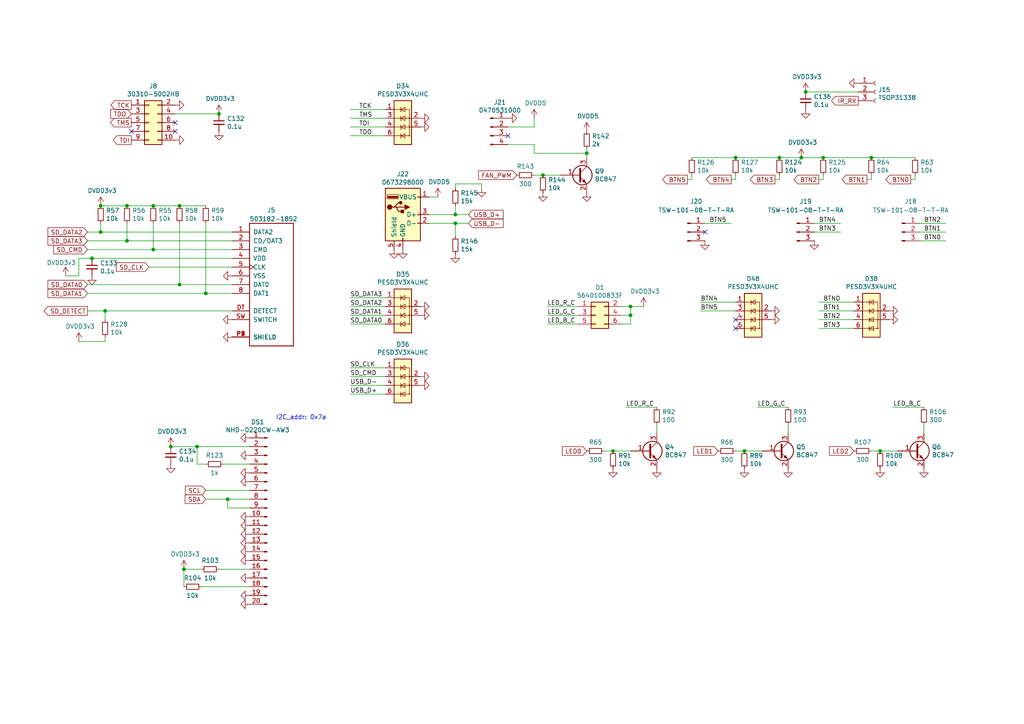
<source format=kicad_sch>
(kicad_sch (version 20230121) (generator eeschema)
  (paper "A4")
  (title_block (title "OSSC Pro") (date "2023-08-17") (rev "1.5"))
  (lib_symbols
    (symbol "Connector:Conn_01x03_Female" (pin_names (offset 1.016) hide)
      (property "Reference" "J" (at 0 5.08 0))
      (property "Value" "Conn_01x03_Female" (at 0 -5.08 0))
      (symbol "Conn_01x03_Female_1_1"
        (pin passive line (at -5.08 2.54 0) (length 3.81) (name "Pin_1") (number "1"))
        (pin passive line (at -5.08 0 0) (length 3.81) (name "Pin_2") (number "2"))
        (pin passive line (at -5.08 -2.54 0) (length 3.81) (name "Pin_3") (number "3"))
      )
    )
    (symbol "Connector:Conn_01x03_Male" (pin_names (offset 1.016) hide)
      (property "Reference" "J" (at 0 5.08 0))
      (property "Value" "Conn_01x03_Male" (at 0 -5.08 0))
      (symbol "Conn_01x03_Male_1_1"
        (pin passive line (at 5.08 2.54 180) (length 3.81) (name "Pin_1") (number "1"))
        (pin passive line (at 5.08 0 180) (length 3.81) (name "Pin_2") (number "2"))
        (pin passive line (at 5.08 -2.54 180) (length 3.81) (name "Pin_3") (number "3"))
      )
    )
    (symbol "Connector:Conn_01x04_Male" (pin_names (offset 1.016) hide)
      (property "Reference" "J" (at 0 5.08 0))
      (property "Value" "Conn_01x04_Male" (at 0 -7.62 0))
      (symbol "Conn_01x04_Male_1_1"
        (pin passive line (at 5.08 2.54 180) (length 3.81) (name "Pin_1") (number "1"))
        (pin passive line (at 5.08 0 180) (length 3.81) (name "Pin_2") (number "2"))
        (pin passive line (at 5.08 -2.54 180) (length 3.81) (name "Pin_3") (number "3"))
        (pin passive line (at 5.08 -5.08 180) (length 3.81) (name "Pin_4") (number "4"))
      )
    )
    (symbol "Connector:Conn_01x20_Male" (pin_names (offset 1.016) hide)
      (property "Reference" "J" (at 0 25.4 0))
      (property "Value" "Conn_01x20_Male" (at 0 -27.94 0))
      (symbol "Conn_01x20_Male_1_1"
        (pin passive line (at 5.08 22.86 180) (length 3.81) (name "Pin_1") (number "1"))
        (pin passive line (at 5.08 0 180) (length 3.81) (name "Pin_10") (number "10"))
        (pin passive line (at 5.08 -2.54 180) (length 3.81) (name "Pin_11") (number "11"))
        (pin passive line (at 5.08 -5.08 180) (length 3.81) (name "Pin_12") (number "12"))
        (pin passive line (at 5.08 -7.62 180) (length 3.81) (name "Pin_13") (number "13"))
        (pin passive line (at 5.08 -10.16 180) (length 3.81) (name "Pin_14") (number "14"))
        (pin passive line (at 5.08 -12.7 180) (length 3.81) (name "Pin_15") (number "15"))
        (pin passive line (at 5.08 -15.24 180) (length 3.81) (name "Pin_16") (number "16"))
        (pin passive line (at 5.08 -17.78 180) (length 3.81) (name "Pin_17") (number "17"))
        (pin passive line (at 5.08 -20.32 180) (length 3.81) (name "Pin_18") (number "18"))
        (pin passive line (at 5.08 -22.86 180) (length 3.81) (name "Pin_19") (number "19"))
        (pin passive line (at 5.08 20.32 180) (length 3.81) (name "Pin_2") (number "2"))
        (pin passive line (at 5.08 -25.4 180) (length 3.81) (name "Pin_20") (number "20"))
        (pin passive line (at 5.08 17.78 180) (length 3.81) (name "Pin_3") (number "3"))
        (pin passive line (at 5.08 15.24 180) (length 3.81) (name "Pin_4") (number "4"))
        (pin passive line (at 5.08 12.7 180) (length 3.81) (name "Pin_5") (number "5"))
        (pin passive line (at 5.08 10.16 180) (length 3.81) (name "Pin_6") (number "6"))
        (pin passive line (at 5.08 7.62 180) (length 3.81) (name "Pin_7") (number "7"))
        (pin passive line (at 5.08 5.08 180) (length 3.81) (name "Pin_8") (number "8"))
        (pin passive line (at 5.08 2.54 180) (length 3.81) (name "Pin_9") (number "9"))
      )
    )
    (symbol "Connector:USB_A" (pin_names (offset 1.016))
      (property "Reference" "J" (at -5.08 11.43 0))
      (property "Value" "USB_A" (at -5.08 8.89 0))
      (symbol "USB_A_1_1"
        (pin power_in line (at 7.62 5.08 180) (length 2.54) (name "VBUS") (number "1"))
        (pin bidirectional line (at 7.62 -2.54 180) (length 2.54) (name "D-") (number "2"))
        (pin bidirectional line (at 7.62 0 180) (length 2.54) (name "D+") (number "3"))
        (pin power_in line (at 0 -10.16 90) (length 2.54) (name "GND") (number "4"))
        (pin passive line (at -2.54 -10.16 90) (length 2.54) (name "Shield") (number "5"))
      )
    )
    (symbol "Connector_Generic:Conn_02x03_Odd_Even" (pin_names (offset 1.016) hide)
      (property "Reference" "J" (at 1.27 5.08 0))
      (property "Value" "Conn_02x03_Odd_Even" (at 1.27 -5.08 0))
      (symbol "Conn_02x03_Odd_Even_1_1"
        (pin passive line (at -5.08 2.54 0) (length 3.81) (name "Pin_1") (number "1"))
        (pin passive line (at 7.62 2.54 180) (length 3.81) (name "Pin_2") (number "2"))
        (pin passive line (at -5.08 0 0) (length 3.81) (name "Pin_3") (number "3"))
        (pin passive line (at 7.62 0 180) (length 3.81) (name "Pin_4") (number "4"))
        (pin passive line (at -5.08 -2.54 0) (length 3.81) (name "Pin_5") (number "5"))
        (pin passive line (at 7.62 -2.54 180) (length 3.81) (name "Pin_6") (number "6"))
      )
    )
    (symbol "Connector_Generic:Conn_02x05_Odd_Even" (pin_names (offset 1.016) hide)
      (property "Reference" "J" (at 1.27 7.62 0))
      (property "Value" "Conn_02x05_Odd_Even" (at 1.27 -7.62 0))
      (symbol "Conn_02x05_Odd_Even_1_1"
        (pin passive line (at -5.08 5.08 0) (length 3.81) (name "Pin_1") (number "1"))
        (pin passive line (at 7.62 -5.08 180) (length 3.81) (name "Pin_10") (number "10"))
        (pin passive line (at 7.62 5.08 180) (length 3.81) (name "Pin_2") (number "2"))
        (pin passive line (at -5.08 2.54 0) (length 3.81) (name "Pin_3") (number "3"))
        (pin passive line (at 7.62 2.54 180) (length 3.81) (name "Pin_4") (number "4"))
        (pin passive line (at -5.08 0 0) (length 3.81) (name "Pin_5") (number "5"))
        (pin passive line (at 7.62 0 180) (length 3.81) (name "Pin_6") (number "6"))
        (pin passive line (at -5.08 -2.54 0) (length 3.81) (name "Pin_7") (number "7"))
        (pin passive line (at 7.62 -2.54 180) (length 3.81) (name "Pin_8") (number "8"))
        (pin passive line (at -5.08 -5.08 0) (length 3.81) (name "Pin_9") (number "9"))
      )
    )
    (symbol "Device:C_Small" (pin_numbers hide) (pin_names (offset 0.254) hide)
      (property "Reference" "C" (at 0.254 1.778 0))
      (property "Value" "C_Small" (at 0.254 -2.032 0))
      (symbol "C_Small_1_1"
        (pin passive line (at 0 2.54 270) (length 2.032) (name "~") (number "1"))
        (pin passive line (at 0 -2.54 90) (length 2.032) (name "~") (number "2"))
      )
    )
    (symbol "Device:R_Small" (pin_numbers hide) (pin_names (offset 0.254) hide)
      (property "Reference" "R" (at 0.762 0.508 0))
      (property "Value" "R_Small" (at 0.762 -1.016 0))
      (symbol "R_Small_1_1"
        (pin passive line (at 0 2.54 270) (length 0.762) (name "~") (number "1"))
        (pin passive line (at 0 -2.54 90) (length 0.762) (name "~") (number "2"))
      )
    )
    (symbol "Transistor_BJT:BC847" (pin_names (offset 0) hide)
      (property "Reference" "Q" (at 5.08 1.905 0))
      (property "Value" "BC847" (at 5.08 0 0))
      (symbol "BC847_1_1"
        (pin input line (at -5.08 0 0) (length 5.715) (name "B") (number "1"))
        (pin passive line (at 2.54 -5.08 90) (length 2.54) (name "E") (number "2"))
        (pin passive line (at 2.54 5.08 270) (length 2.54) (name "C") (number "3"))
      )
    )
    (symbol "custom_components:503182-1852" (pin_names (offset 1.016))
      (property "Reference" "J" (at 0 18.3388 0))
      (property "Value" "503182-1852" (at 0 -20.9042 0))
      (symbol "503182-1852_0_0"
        (pin bidirectional line (at -5.08 15.24 0) (length 5.08) (name "DATA2") (number "1"))
        (pin bidirectional line (at -5.08 12.7 0) (length 5.08) (name "CD/DAT3") (number "2"))
        (pin bidirectional line (at -5.08 10.16 0) (length 5.08) (name "CMD") (number "3"))
        (pin power_in line (at -5.08 7.62 0) (length 5.08) (name "VDD") (number "4"))
        (pin bidirectional clock (at -5.08 5.08 0) (length 5.08) (name "CLK") (number "5"))
        (pin power_in line (at -5.08 2.54 0) (length 5.08) (name "VSS") (number "6"))
        (pin bidirectional line (at -5.08 0 0) (length 5.08) (name "DAT0") (number "7"))
        (pin bidirectional line (at -5.08 -2.54 0) (length 5.08) (name "DAT1") (number "8"))
        (pin passive line (at -5.08 -7.62 0) (length 5.08) (name "DETECT") (number "DT"))
        (pin passive line (at -5.08 -15.24 0) (length 5.08) (name "SHIELD") (number "P1"))
        (pin passive line (at -5.08 -15.24 0) (length 5.08) (name "SHIELD") (number "P2"))
        (pin passive line (at -5.08 -15.24 0) (length 5.08) (name "SHIELD") (number "P3"))
        (pin passive line (at -5.08 -15.24 0) (length 5.08) (name "SHIELD") (number "P4"))
        (pin passive line (at -5.08 -15.24 0) (length 5.08) (name "SHIELD") (number "P5"))
        (pin passive line (at -5.08 -10.16 0) (length 5.08) (name "SWITCH") (number "SW"))
      )
    )
    (symbol "custom_components:DVDD3v3" (power) (pin_names (offset 0))
      (property "Value" "DVDD3v3" (at 0 3.556 0))
      (symbol "DVDD3v3_1_1"
        (pin power_in line (at 0 0 90) (length 0) hide (name "DVDD3v3") (number "1"))
      )
    )
    (symbol "custom_components:DVDD5" (power) (pin_names (offset 0))
      (property "Value" "DVDD5" (at 0 3.556 0))
      (symbol "DVDD5_1_1"
        (pin power_in line (at 0 0 90) (length 0) hide (name "DVDD5") (number "1"))
      )
    )
    (symbol "custom_components:PESD3V3X4UHC" (pin_names hide)
      (property "Reference" "D" (at -5.08 -3.81 0))
      (property "Value" "PESD3V3X4UHC" (at 2.54 -3.81 0))
      (symbol "PESD3V3X4UHC_0_0"
        (pin passive line (at -2.54 -5.08 90) (length 2.54) (name "GND") (number "2"))
        (pin passive line (at 0 -5.08 90) (length 2.54) (name "GND") (number "5"))
      )
      (symbol "PESD3V3X4UHC_1_1"
        (pin passive line (at -5.08 5.08 270) (length 2.54) (name "IO1") (number "1"))
        (pin passive line (at -2.54 5.08 270) (length 2.54) (name "IO2") (number "3"))
        (pin passive line (at 0 5.08 270) (length 2.54) (name "IO3") (number "4"))
        (pin passive line (at 2.54 5.08 270) (length 2.54) (name "IO4") (number "6"))
      )
    )
    (symbol "power:GND" (power) (pin_names (offset 0))
      (property "Value" "GND" (at 0 -3.81 0))
      (symbol "GND_1_1"
        (pin power_in line (at 0 0 270) (length 0) hide (name "GND") (number "1"))
      )
    )
  )
  (junction (at 252.73 45.72))
  (junction (at 52.07 82.55))
  (junction (at 52.07 59.69))
  (junction (at 213.36 45.72))
  (junction (at 132.08 62.23))
  (junction (at 232.41 45.72))
  (junction (at 255.27 130.81))
  (junction (at 182.88 91.44))
  (junction (at 215.9 130.81))
  (junction (at 66.04 144.78))
  (junction (at 132.08 64.77))
  (junction (at 30.48 90.17))
  (junction (at 226.06 45.72))
  (junction (at 44.45 59.69))
  (junction (at 170.18 44.45))
  (junction (at 26.67 74.93))
  (junction (at 233.68 26.67))
  (junction (at 36.83 69.85))
  (junction (at 53.34 165.1))
  (junction (at 57.15 129.54))
  (junction (at 44.45 72.39))
  (junction (at 29.21 59.69))
  (junction (at 63.5 33.02))
  (junction (at 157.48 50.8))
  (junction (at 29.21 67.31))
  (junction (at 238.76 45.72))
  (junction (at 182.88 88.9))
  (junction (at 36.83 59.69))
  (junction (at 177.8 130.81))
  (junction (at 49.53 129.54))
  (junction (at 59.69 85.09))
  (no_connect (at 213.36 95.25))
  (no_connect (at 50.8 38.1))
  (no_connect (at 147.32 39.37))
  (no_connect (at 50.8 35.56))
  (no_connect (at 38.1 38.1))
  (no_connect (at 213.36 92.71))
  (no_connect (at 204.47 67.31))
  (wire (pts (xy 101.6 36.83) (xy 111.76 36.83)))
  (wire (pts (xy 154.94 41.91) (xy 147.32 41.91)))
  (wire (pts (xy 67.31 82.55) (xy 52.07 82.55)))
  (wire (pts (xy 30.48 99.06) (xy 22.86 99.06)))
  (wire (pts (xy 59.69 85.09) (xy 67.31 85.09)))
  (wire (pts (xy 181.61 118.11) (xy 190.5 118.11)))
  (wire (pts (xy 30.48 92.71) (xy 30.48 90.17)))
  (wire (pts (xy 226.06 45.72) (xy 213.36 45.72)))
  (wire (pts (xy 36.83 64.77) (xy 36.83 69.85)))
  (wire (pts (xy 232.41 45.72) (xy 238.76 45.72)))
  (wire (pts (xy 190.5 123.19) (xy 190.5 125.73)))
  (wire (pts (xy 226.06 52.07) (xy 224.79 52.07)))
  (wire (pts (xy 36.83 69.85) (xy 67.31 69.85)))
  (wire (pts (xy 111.76 34.29) (xy 101.6 34.29)))
  (wire (pts (xy 52.07 64.77) (xy 52.07 82.55)))
  (wire (pts (xy 213.36 130.81) (xy 215.9 130.81)))
  (wire (pts (xy 267.97 125.73) (xy 267.97 123.19)))
  (wire (pts (xy 66.04 147.32) (xy 66.04 144.78)))
  (wire (pts (xy 203.2 87.63) (xy 213.36 87.63)))
  (wire (pts (xy 157.48 50.8) (xy 162.56 50.8)))
  (wire (pts (xy 228.6 125.73) (xy 228.6 123.19)))
  (wire (pts (xy 252.73 52.07) (xy 252.73 50.8)))
  (wire (pts (xy 274.32 67.31) (xy 266.7 67.31)))
  (wire (pts (xy 177.8 130.81) (xy 182.88 130.81)))
  (wire (pts (xy 147.32 36.83) (xy 154.94 36.83)))
  (wire (pts (xy 101.6 31.75) (xy 111.76 31.75)))
  (wire (pts (xy 101.6 106.68) (xy 111.76 106.68)))
  (wire (pts (xy 111.76 93.98) (xy 101.6 93.98)))
  (wire (pts (xy 247.65 90.17) (xy 237.49 90.17)))
  (wire (pts (xy 265.43 52.07) (xy 265.43 50.8)))
  (wire (pts (xy 53.34 170.18) (xy 53.34 165.1)))
  (wire (pts (xy 101.6 91.44) (xy 111.76 91.44)))
  (wire (pts (xy 127 57.15) (xy 124.46 57.15)))
  (wire (pts (xy 265.43 45.72) (xy 252.73 45.72)))
  (wire (pts (xy 44.45 64.77) (xy 44.45 72.39)))
  (wire (pts (xy 132.08 53.34) (xy 132.08 54.61)))
  (wire (pts (xy 58.42 170.18) (xy 72.39 170.18)))
  (wire (pts (xy 29.21 64.77) (xy 29.21 67.31)))
  (wire (pts (xy 111.76 88.9) (xy 101.6 88.9)))
  (wire (pts (xy 226.06 52.07) (xy 226.06 50.8)))
  (wire (pts (xy 132.08 64.77) (xy 132.08 68.58)))
  (wire (pts (xy 186.69 88.9) (xy 182.88 88.9)))
  (wire (pts (xy 180.34 91.44) (xy 182.88 91.44)))
  (wire (pts (xy 52.07 82.55) (xy 25.4 82.55)))
  (wire (pts (xy 237.49 92.71) (xy 247.65 92.71)))
  (wire (pts (xy 215.9 130.81) (xy 220.98 130.81)))
  (wire (pts (xy 259.08 118.11) (xy 267.97 118.11)))
  (wire (pts (xy 44.45 72.39) (xy 25.4 72.39)))
  (wire (pts (xy 158.75 88.9) (xy 167.64 88.9)))
  (wire (pts (xy 132.08 59.69) (xy 132.08 62.23)))
  (wire (pts (xy 154.94 44.45) (xy 154.94 41.91)))
  (wire (pts (xy 72.39 134.62) (xy 64.77 134.62)))
  (wire (pts (xy 237.49 95.25) (xy 247.65 95.25)))
  (wire (pts (xy 243.84 67.31) (xy 236.22 67.31)))
  (wire (pts (xy 43.18 77.47) (xy 67.31 77.47)))
  (wire (pts (xy 72.39 165.1) (xy 63.5 165.1)))
  (wire (pts (xy 248.92 26.67) (xy 233.68 26.67)))
  (wire (pts (xy 26.67 74.93) (xy 67.31 74.93)))
  (wire (pts (xy 274.32 64.77) (xy 266.7 64.77)))
  (wire (pts (xy 72.39 147.32) (xy 66.04 147.32)))
  (wire (pts (xy 200.66 52.07) (xy 200.66 50.8)))
  (wire (pts (xy 132.08 64.77) (xy 135.89 64.77)))
  (wire (pts (xy 180.34 93.98) (xy 182.88 93.98)))
  (wire (pts (xy 57.15 134.62) (xy 57.15 129.54)))
  (wire (pts (xy 111.76 109.22) (xy 101.6 109.22)))
  (wire (pts (xy 170.18 45.72) (xy 170.18 44.45)))
  (wire (pts (xy 132.08 62.23) (xy 124.46 62.23)))
  (wire (pts (xy 22.86 74.93) (xy 26.67 74.93)))
  (wire (pts (xy 22.86 80.01) (xy 22.86 74.93)))
  (wire (pts (xy 243.84 64.77) (xy 236.22 64.77)))
  (wire (pts (xy 67.31 90.17) (xy 30.48 90.17)))
  (wire (pts (xy 57.15 129.54) (xy 49.53 129.54)))
  (wire (pts (xy 25.4 69.85) (xy 36.83 69.85)))
  (wire (pts (xy 170.18 44.45) (xy 170.18 43.18)))
  (wire (pts (xy 252.73 52.07) (xy 251.46 52.07)))
  (wire (pts (xy 101.6 86.36) (xy 111.76 86.36)))
  (wire (pts (xy 213.36 45.72) (xy 200.66 45.72)))
  (wire (pts (xy 59.69 59.69) (xy 52.07 59.69)))
  (wire (pts (xy 135.89 62.23) (xy 132.08 62.23)))
  (wire (pts (xy 213.36 52.07) (xy 212.09 52.07)))
  (wire (pts (xy 182.88 91.44) (xy 182.88 88.9)))
  (wire (pts (xy 177.8 130.81) (xy 175.26 130.81)))
  (wire (pts (xy 237.49 87.63) (xy 247.65 87.63)))
  (wire (pts (xy 25.4 67.31) (xy 29.21 67.31)))
  (wire (pts (xy 255.27 130.81) (xy 260.35 130.81)))
  (wire (pts (xy 139.7 54.61) (xy 139.7 53.34)))
  (wire (pts (xy 44.45 59.69) (xy 36.83 59.69)))
  (wire (pts (xy 59.69 64.77) (xy 59.69 85.09)))
  (wire (pts (xy 72.39 142.24) (xy 59.69 142.24)))
  (wire (pts (xy 72.39 129.54) (xy 57.15 129.54)))
  (wire (pts (xy 238.76 52.07) (xy 237.49 52.07)))
  (wire (pts (xy 29.21 67.31) (xy 67.31 67.31)))
  (wire (pts (xy 124.46 64.77) (xy 132.08 64.77)))
  (wire (pts (xy 154.94 50.8) (xy 157.48 50.8)))
  (wire (pts (xy 52.07 59.69) (xy 44.45 59.69)))
  (wire (pts (xy 101.6 114.3) (xy 111.76 114.3)))
  (wire (pts (xy 25.4 85.09) (xy 59.69 85.09)))
  (wire (pts (xy 154.94 36.83) (xy 154.94 34.29)))
  (wire (pts (xy 67.31 72.39) (xy 44.45 72.39)))
  (wire (pts (xy 265.43 52.07) (xy 264.16 52.07)))
  (wire (pts (xy 167.64 91.44) (xy 158.75 91.44)))
  (wire (pts (xy 212.09 64.77) (xy 204.47 64.77)))
  (wire (pts (xy 101.6 111.76) (xy 111.76 111.76)))
  (wire (pts (xy 59.69 144.78) (xy 66.04 144.78)))
  (wire (pts (xy 200.66 52.07) (xy 199.39 52.07)))
  (wire (pts (xy 252.73 45.72) (xy 238.76 45.72)))
  (wire (pts (xy 66.04 144.78) (xy 72.39 144.78)))
  (wire (pts (xy 226.06 45.72) (xy 232.41 45.72)))
  (wire (pts (xy 139.7 53.34) (xy 132.08 53.34)))
  (wire (pts (xy 111.76 39.37) (xy 101.6 39.37)))
  (wire (pts (xy 252.73 130.81) (xy 255.27 130.81)))
  (wire (pts (xy 219.71 118.11) (xy 228.6 118.11)))
  (wire (pts (xy 30.48 97.79) (xy 30.48 99.06)))
  (wire (pts (xy 182.88 93.98) (xy 182.88 91.44)))
  (wire (pts (xy 213.36 52.07) (xy 213.36 50.8)))
  (wire (pts (xy 36.83 59.69) (xy 29.21 59.69)))
  (wire (pts (xy 58.42 165.1) (xy 53.34 165.1)))
  (wire (pts (xy 182.88 88.9) (xy 180.34 88.9)))
  (wire (pts (xy 19.05 80.01) (xy 22.86 80.01)))
  (wire (pts (xy 59.69 134.62) (xy 57.15 134.62)))
  (wire (pts (xy 30.48 90.17) (xy 25.4 90.17)))
  (wire (pts (xy 63.5 33.02) (xy 50.8 33.02)))
  (wire (pts (xy 274.32 69.85) (xy 266.7 69.85)))
  (wire (pts (xy 170.18 44.45) (xy 154.94 44.45)))
  (wire (pts (xy 238.76 52.07) (xy 238.76 50.8)))
  (wire (pts (xy 158.75 93.98) (xy 167.64 93.98)))
  (wire (pts (xy 213.36 90.17) (xy 203.2 90.17)))
  (text "I2C_addr: 0x7a" (at 80.01 121.92 0) (effects (font (size 1.27 1.27)) (justify left bottom)))
  (label "BTN4" (at 237.49 64.77 0))
  (label "LED_R_C" (at 181.61 118.11 0))
  (label "TDO" (at 104.14 39.37 0))
  (label "LED_B_C" (at 158.75 93.98 0))
  (label "SD_DATA3" (at 101.6 86.36 0))
  (label "LED_R_C" (at 158.75 88.9 0))
  (label "SD_DATA1" (at 101.6 91.44 0))
  (label "BTN5" (at 205.74 64.77 0))
  (label "TMS" (at 104.14 34.29 0))
  (label "TCK" (at 104.14 31.75 0))
  (label "LED_B_C" (at 259.08 118.11 0))
  (label "LED_G_C" (at 158.75 91.44 0))
  (label "BTN3" (at 237.49 67.31 0))
  (label "SD_CMD" (at 101.6 109.22 0))
  (label "BTN5" (at 203.2 90.17 0))
  (label "BTN1" (at 238.76 90.17 0))
  (label "SD_DATA0" (at 101.6 93.98 0))
  (label "USB_D+" (at 101.6 114.3 0))
  (label "USB_D-" (at 101.6 111.76 0))
  (label "BTN2" (at 267.97 64.77 0))
  (label "SD_DATA2" (at 101.6 88.9 0))
  (label "TDI" (at 104.14 36.83 0))
  (label "BTN0" (at 267.97 69.85 0))
  (label "BTN3" (at 238.76 95.25 0))
  (label "SD_CLK" (at 101.6 106.68 0))
  (label "BTN2" (at 238.76 92.71 0))
  (label "BTN0" (at 238.76 87.63 0))
  (label "LED_G_C" (at 219.71 118.11 0))
  (label "BTN1" (at 267.97 67.31 0))
  (label "BTN4" (at 203.2 87.63 0))
  (global_label "SD_DETECT" (shape output) (at 25.4 90.17 180) (property "Intersheetrefs" "${INTERSHEET_REFS}" (effects hide)))
  (global_label "SD_CLK" (shape input) (at 43.18 77.47 180) (property "Intersheetrefs" "${INTERSHEET_REFS}" (effects hide)))
  (global_label "SD_DATA1" (shape input) (at 25.4 85.09 180) (property "Intersheetrefs" "${INTERSHEET_REFS}" (effects hide)))
  (global_label "BTN5" (shape output) (at 199.39 52.07 180) (property "Intersheetrefs" "${INTERSHEET_REFS}" (effects hide)))
  (global_label "LED1" (shape input) (at 208.28 130.81 180) (property "Intersheetrefs" "${INTERSHEET_REFS}" (effects hide)))
  (global_label "USB_D+" (shape input) (at 135.89 62.23 0) (property "Intersheetrefs" "${INTERSHEET_REFS}" (effects hide)))
  (global_label "TDI" (shape output) (at 38.1 40.64 180) (property "Intersheetrefs" "${INTERSHEET_REFS}" (effects hide)))
  (global_label "SCL" (shape input) (at 59.69 142.24 180) (property "Intersheetrefs" "${INTERSHEET_REFS}" (effects hide)))
  (global_label "BTN2" (shape output) (at 237.49 52.07 180) (property "Intersheetrefs" "${INTERSHEET_REFS}" (effects hide)))
  (global_label "IR_RX" (shape output) (at 248.92 29.21 180) (property "Intersheetrefs" "${INTERSHEET_REFS}" (effects hide)))
  (global_label "SD_CMD" (shape input) (at 25.4 72.39 180) (property "Intersheetrefs" "${INTERSHEET_REFS}" (effects hide)))
  (global_label "FAN_PWM" (shape input) (at 149.86 50.8 180) (property "Intersheetrefs" "${INTERSHEET_REFS}" (effects hide)))
  (global_label "SD_DATA2" (shape input) (at 25.4 67.31 180) (property "Intersheetrefs" "${INTERSHEET_REFS}" (effects hide)))
  (global_label "BTN0" (shape output) (at 264.16 52.07 180) (property "Intersheetrefs" "${INTERSHEET_REFS}" (effects hide)))
  (global_label "SD_DATA0" (shape input) (at 25.4 82.55 180) (property "Intersheetrefs" "${INTERSHEET_REFS}" (effects hide)))
  (global_label "TMS" (shape output) (at 38.1 35.56 180) (property "Intersheetrefs" "${INTERSHEET_REFS}" (effects hide)))
  (global_label "SD_DATA3" (shape input) (at 25.4 69.85 180) (property "Intersheetrefs" "${INTERSHEET_REFS}" (effects hide)))
  (global_label "USB_D-" (shape input) (at 135.89 64.77 0) (property "Intersheetrefs" "${INTERSHEET_REFS}" (effects hide)))
  (global_label "LED0" (shape input) (at 170.18 130.81 180) (property "Intersheetrefs" "${INTERSHEET_REFS}" (effects hide)))
  (global_label "BTN3" (shape output) (at 224.79 52.07 180) (property "Intersheetrefs" "${INTERSHEET_REFS}" (effects hide)))
  (global_label "TDO" (shape input) (at 38.1 33.02 180) (property "Intersheetrefs" "${INTERSHEET_REFS}" (effects hide)))
  (global_label "BTN1" (shape output) (at 251.46 52.07 180) (property "Intersheetrefs" "${INTERSHEET_REFS}" (effects hide)))
  (global_label "SDA" (shape input) (at 59.69 144.78 180) (property "Intersheetrefs" "${INTERSHEET_REFS}" (effects hide)))
  (global_label "BTN4" (shape output) (at 212.09 52.07 180) (property "Intersheetrefs" "${INTERSHEET_REFS}" (effects hide)))
  (global_label "LED2" (shape input) (at 247.65 130.81 180) (property "Intersheetrefs" "${INTERSHEET_REFS}" (effects hide)))
  (global_label "TCK" (shape output) (at 38.1 30.48 180) (property "Intersheetrefs" "${INTERSHEET_REFS}" (effects hide)))
  (symbol (lib_id "Connector:Conn_01x03_Female") (at 254 26.67 0) (unit 1)
    (property "Reference" "J15" (at 254.6858 26.0096 0) (effects (justify left)))
    (property "Value" "TSOP31338" (at 254.6858 28.321 0) (effects (justify left)))
    (property "Footprint" "custom_components:TSOP31..._1" (effects hide))
  )
  (symbol (lib_id "Connector_Generic:Conn_02x05_Odd_Even") (at 43.18 35.56 0) (unit 1)
    (property "Reference" "J8" (at 44.45 24.9682 0))
    (property "Value" "30310-5002HB" (at 44.45 27.2796 0))
    (property "Footprint" "Connector_IDC:IDC-Header_2x05_P2.54mm_Horizontal" (effects hide))
  )
  (symbol (lib_id "custom_components:503182-1852") (at 72.39 82.55 0) (unit 1)
    (property "Reference" "J5" (at 77.47 60.96 0) (effects (justify left)))
    (property "Value" "503182-1852" (at 72.39 63.5 0) (effects (justify left)))
    (property "Footprint" "custom_components:MOLEX_503182-1852" (effects hide))
    (property "Datasheet" "Molex" (effects hide))
  )
  (symbol (lib_id "Connector:Conn_01x20_Male") (at 77.47 149.86 0) (mirror y) (unit 1)
    (property "Reference" "DS1" (at 74.7268 122.4026 0))
    (property "Value" "NHD-0220CW-AW3" (at 74.7268 124.714 0))
    (property "Footprint" "Connector_PinHeader_2.54mm:PinHeader_1x20_P2.54mm_Vertical" (effects hide))
  )
  (symbol (lib_id "Connector_Generic:Conn_02x03_Odd_Even") (at 172.72 91.44 0) (unit 1)
    (property "Reference" "D1" (at 173.99 83.3882 0))
    (property "Value" "5640100833F" (at 173.99 85.6996 0))
    (property "Footprint" "custom_components:WP934SA&slash_LILYLGD" (effects hide))
  )
  (symbol (lib_id "Connector:Conn_01x03_Male") (at 261.62 67.31 0) (unit 1)
    (property "Reference" "J18" (at 264.16 58.42 0))
    (property "Value" "TSW-101-08-T-T-RA" (at 264.16 60.96 0))
    (property "Footprint" "Connector_PinHeader_2.54mm:PinHeader_1x03_P2.54mm_Vertical" (effects hide))
  )
  (symbol (lib_id "Connector:Conn_01x03_Male") (at 231.14 67.31 0) (unit 1)
    (property "Reference" "J19" (at 233.68 58.42 0))
    (property "Value" "TSW-101-08-T-T-RA" (at 233.68 60.96 0))
    (property "Footprint" "Connector_PinHeader_2.54mm:PinHeader_1x03_P2.54mm_Vertical" (effects hide))
  )
  (symbol (lib_id "Connector:Conn_01x03_Male") (at 199.39 67.31 0) (unit 1)
    (property "Reference" "J20" (at 201.93 58.42 0))
    (property "Value" "TSW-101-08-T-T-RA" (at 201.93 60.96 0))
    (property "Footprint" "Connector_PinHeader_2.54mm:PinHeader_1x03_P2.54mm_Vertical" (effects hide))
  )
  (symbol (lib_id "custom_components:DVDD3v3") (at 232.41 45.72 0) (unit 1)
    (property "Reference" "#PWR0736" (effects hide))
    (property "Value" "DVDD3v3" (at 232.791 41.3258 0))
  )
  (symbol (lib_id "power:GND") (at 236.22 69.85 0) (unit 1)
    (property "Reference" "#PWR0737" (effects hide))
    (property "Value" "GND" (effects hide))
  )
  (symbol (lib_id "power:GND") (at 50.8 40.64 90) (unit 1)
    (property "Reference" "#PWR0547" (effects hide))
    (property "Value" "GND" (effects hide))
  )
  (symbol (lib_id "power:GND") (at 50.8 30.48 90) (unit 1)
    (property "Reference" "#PWR0548" (effects hide))
    (property "Value" "GND" (effects hide))
  )
  (symbol (lib_id "Device:C_Small") (at 63.5 35.56 0) (unit 1)
    (property "Reference" "C132" (at 65.8368 34.3916 0) (effects (justify left)))
    (property "Value" "0.1u" (at 65.8368 36.703 0) (effects (justify left)))
    (property "Footprint" "Capacitor_SMD:C_0402_1005Metric" (effects hide))
  )
  (symbol (lib_id "power:GND") (at 63.5 38.1 0) (unit 1)
    (property "Reference" "#PWR0549" (effects hide))
    (property "Value" "GND" (effects hide))
  )
  (symbol (lib_id "custom_components:DVDD3v3") (at 63.5 33.02 0) (unit 1)
    (property "Reference" "#PWR0550" (effects hide))
    (property "Value" "DVDD3v3" (at 63.881 28.6258 0))
  )
  (symbol (lib_id "custom_components:PESD3V3X4UHC") (at 116.84 36.83 90) (mirror x) (unit 1)
    (property "Reference" "D34" (at 116.84 24.9682 90))
    (property "Value" "PESD3V3X4UHC" (at 116.84 27.2796 90))
    (property "Footprint" "custom_components:PESD3V3X4UHCYL" (effects hide))
  )
  (symbol (lib_id "power:GND") (at 121.92 36.83 90) (unit 1)
    (property "Reference" "#PWR0551" (effects hide))
    (property "Value" "GND" (effects hide))
  )
  (symbol (lib_id "power:GND") (at 121.92 34.29 90) (unit 1)
    (property "Reference" "#PWR0552" (effects hide))
    (property "Value" "GND" (effects hide))
  )
  (symbol (lib_id "custom_components:PESD3V3X4UHC") (at 116.84 91.44 90) (mirror x) (unit 1)
    (property "Reference" "D35" (at 116.84 79.5782 90))
    (property "Value" "PESD3V3X4UHC" (at 116.84 81.8896 90))
    (property "Footprint" "custom_components:PESD3V3X4UHCYL" (effects hide))
  )
  (symbol (lib_id "power:GND") (at 121.92 91.44 90) (unit 1)
    (property "Reference" "#PWR0553" (effects hide))
    (property "Value" "GND" (effects hide))
  )
  (symbol (lib_id "power:GND") (at 121.92 88.9 90) (unit 1)
    (property "Reference" "#PWR0554" (effects hide))
    (property "Value" "GND" (effects hide))
  )
  (symbol (lib_id "custom_components:PESD3V3X4UHC") (at 116.84 111.76 90) (mirror x) (unit 1)
    (property "Reference" "D36" (at 116.84 99.8982 90))
    (property "Value" "PESD3V3X4UHC" (at 116.84 102.2096 90))
    (property "Footprint" "custom_components:PESD3V3X4UHCYL" (effects hide))
  )
  (symbol (lib_id "power:GND") (at 121.92 111.76 90) (unit 1)
    (property "Reference" "#PWR0555" (effects hide))
    (property "Value" "GND" (effects hide))
  )
  (symbol (lib_id "power:GND") (at 121.92 109.22 90) (unit 1)
    (property "Reference" "#PWR0556" (effects hide))
    (property "Value" "GND" (effects hide))
  )
  (symbol (lib_id "power:GND") (at 67.31 97.79 270) (unit 1)
    (property "Reference" "#PWR0557" (effects hide))
    (property "Value" "GND" (effects hide))
  )
  (symbol (lib_id "power:GND") (at 67.31 92.71 270) (unit 1)
    (property "Reference" "#PWR0558" (effects hide))
    (property "Value" "GND" (effects hide))
  )
  (symbol (lib_id "Device:R_Small") (at 59.69 62.23 0) (unit 1)
    (property "Reference" "R59" (at 61.1886 61.0616 0) (effects (justify left)))
    (property "Value" "10k" (at 61.1886 63.373 0) (effects (justify left)))
    (property "Footprint" "Resistor_SMD:R_0402_1005Metric" (effects hide))
  )
  (symbol (lib_id "Device:R_Small") (at 52.07 62.23 0) (unit 1)
    (property "Reference" "R58" (at 53.5686 61.0616 0) (effects (justify left)))
    (property "Value" "10k" (at 53.5686 63.373 0) (effects (justify left)))
    (property "Footprint" "Resistor_SMD:R_0402_1005Metric" (effects hide))
  )
  (symbol (lib_id "Device:R_Small") (at 44.45 62.23 0) (unit 1)
    (property "Reference" "R55" (at 45.9486 61.0616 0) (effects (justify left)))
    (property "Value" "10k" (at 45.9486 63.373 0) (effects (justify left)))
    (property "Footprint" "Resistor_SMD:R_0402_1005Metric" (effects hide))
  )
  (symbol (lib_id "Device:R_Small") (at 36.83 62.23 0) (unit 1)
    (property "Reference" "R56" (at 38.3286 61.0616 0) (effects (justify left)))
    (property "Value" "10k" (at 38.3286 63.373 0) (effects (justify left)))
    (property "Footprint" "Resistor_SMD:R_0402_1005Metric" (effects hide))
  )
  (symbol (lib_id "Device:R_Small") (at 29.21 62.23 0) (unit 1)
    (property "Reference" "R57" (at 30.7086 61.0616 0) (effects (justify left)))
    (property "Value" "10k" (at 30.7086 63.373 0) (effects (justify left)))
    (property "Footprint" "Resistor_SMD:R_0402_1005Metric" (effects hide))
  )
  (symbol (lib_id "custom_components:DVDD3v3") (at 29.21 59.69 0) (unit 1)
    (property "Reference" "#PWR0559" (effects hide))
    (property "Value" "DVDD3v3" (at 29.591 55.2958 0))
  )
  (symbol (lib_id "power:GND") (at 67.31 80.01 270) (unit 1)
    (property "Reference" "#PWR0560" (effects hide))
    (property "Value" "GND" (effects hide))
  )
  (symbol (lib_id "custom_components:DVDD3v3") (at 19.05 80.01 0) (unit 1)
    (property "Reference" "#PWR0561" (effects hide))
    (property "Value" "DVDD3v3" (at 17.78 76.2 0))
  )
  (symbol (lib_id "custom_components:DVDD3v3") (at 22.86 99.06 0) (unit 1)
    (property "Reference" "#PWR0562" (effects hide))
    (property "Value" "DVDD3v3" (at 23.241 94.6658 0))
  )
  (symbol (lib_id "Device:R_Small") (at 30.48 95.25 0) (unit 1)
    (property "Reference" "R128" (at 31.9786 94.0816 0) (effects (justify left)))
    (property "Value" "10k" (at 31.9786 96.393 0) (effects (justify left)))
    (property "Footprint" "Resistor_SMD:R_0402_1005Metric" (effects hide))
  )
  (symbol (lib_id "power:GND") (at 72.39 127 270) (unit 1)
    (property "Reference" "#PWR0563" (effects hide))
    (property "Value" "GND" (effects hide))
  )
  (symbol (lib_id "power:GND") (at 72.39 132.08 270) (unit 1)
    (property "Reference" "#PWR0564" (effects hide))
    (property "Value" "GND" (effects hide))
  )
  (symbol (lib_id "power:GND") (at 72.39 137.16 270) (unit 1)
    (property "Reference" "#PWR0565" (effects hide))
    (property "Value" "GND" (effects hide))
  )
  (symbol (lib_id "power:GND") (at 72.39 139.7 270) (unit 1)
    (property "Reference" "#PWR0566" (effects hide))
    (property "Value" "GND" (effects hide))
  )
  (symbol (lib_id "power:GND") (at 72.39 149.86 270) (unit 1)
    (property "Reference" "#PWR0567" (effects hide))
    (property "Value" "GND" (effects hide))
  )
  (symbol (lib_id "power:GND") (at 72.39 152.4 270) (unit 1)
    (property "Reference" "#PWR0568" (effects hide))
    (property "Value" "GND" (effects hide))
  )
  (symbol (lib_id "power:GND") (at 72.39 154.94 270) (unit 1)
    (property "Reference" "#PWR0569" (effects hide))
    (property "Value" "GND" (effects hide))
  )
  (symbol (lib_id "power:GND") (at 72.39 157.48 270) (unit 1)
    (property "Reference" "#PWR0570" (effects hide))
    (property "Value" "GND" (effects hide))
  )
  (symbol (lib_id "power:GND") (at 72.39 160.02 270) (unit 1)
    (property "Reference" "#PWR0571" (effects hide))
    (property "Value" "GND" (effects hide))
  )
  (symbol (lib_id "power:GND") (at 72.39 162.56 270) (unit 1)
    (property "Reference" "#PWR0572" (effects hide))
    (property "Value" "GND" (effects hide))
  )
  (symbol (lib_id "power:GND") (at 72.39 167.64 270) (unit 1)
    (property "Reference" "#PWR0573" (effects hide))
    (property "Value" "GND" (effects hide))
  )
  (symbol (lib_id "power:GND") (at 72.39 172.72 270) (unit 1)
    (property "Reference" "#PWR0574" (effects hide))
    (property "Value" "GND" (effects hide))
  )
  (symbol (lib_id "power:GND") (at 72.39 175.26 270) (unit 1)
    (property "Reference" "#PWR0575" (effects hide))
    (property "Value" "GND" (effects hide))
  )
  (symbol (lib_id "custom_components:DVDD3v3") (at 53.34 165.1 0) (unit 1)
    (property "Reference" "#PWR0576" (effects hide))
    (property "Value" "DVDD3v3" (at 53.721 160.7058 0))
  )
  (symbol (lib_id "Device:R_Small") (at 60.96 165.1 270) (unit 1)
    (property "Reference" "R103" (at 60.96 162.56 90))
    (property "Value" "10k" (at 60.96 167.64 90))
    (property "Footprint" "Resistor_SMD:R_0402_1005Metric" (effects hide))
  )
  (symbol (lib_id "Device:R_Small") (at 55.88 170.18 270) (unit 1)
    (property "Reference" "R104" (at 55.88 167.64 90))
    (property "Value" "10k" (at 55.88 172.72 90))
    (property "Footprint" "Resistor_SMD:R_0402_1005Metric" (effects hide))
  )
  (symbol (lib_id "Device:R_Small") (at 62.23 134.62 270) (unit 1)
    (property "Reference" "R123" (at 62.23 132.08 90))
    (property "Value" "1k" (at 62.23 137.16 90))
    (property "Footprint" "Resistor_SMD:R_0402_1005Metric" (effects hide))
  )
  (symbol (lib_id "custom_components:DVDD3v3") (at 49.53 129.54 0) (unit 1)
    (property "Reference" "#PWR0577" (effects hide))
    (property "Value" "DVDD3v3" (at 49.911 125.1458 0))
  )
  (symbol (lib_id "Device:C_Small") (at 49.53 132.08 0) (unit 1)
    (property "Reference" "C134" (at 51.8668 130.9116 0) (effects (justify left)))
    (property "Value" "0.1u" (at 51.8668 133.223 0) (effects (justify left)))
    (property "Footprint" "Capacitor_SMD:C_0402_1005Metric" (effects hide))
  )
  (symbol (lib_id "power:GND") (at 49.53 134.62 0) (unit 1)
    (property "Reference" "#PWR0578" (effects hide))
    (property "Value" "GND" (effects hide))
  )
  (symbol (lib_id "Device:C_Small") (at 26.67 77.47 0) (unit 1)
    (property "Reference" "C133" (at 29.0068 76.3016 0) (effects (justify left)))
    (property "Value" "0.1u" (at 29.0068 78.613 0) (effects (justify left)))
    (property "Footprint" "Capacitor_SMD:C_0402_1005Metric" (effects hide))
  )
  (symbol (lib_id "power:GND") (at 26.67 80.01 0) (unit 1)
    (property "Reference" "#PWR0579" (effects hide))
    (property "Value" "GND" (effects hide))
  )
  (symbol (lib_id "power:GND") (at 248.92 24.13 270) (unit 1)
    (property "Reference" "#PWR0580" (effects hide))
    (property "Value" "GND" (effects hide))
  )
  (symbol (lib_id "custom_components:DVDD3v3") (at 233.68 26.67 0) (unit 1)
    (property "Reference" "#PWR0581" (effects hide))
    (property "Value" "DVDD3v3" (at 234.061 22.2758 0))
  )
  (symbol (lib_id "Device:C_Small") (at 233.68 29.21 0) (unit 1)
    (property "Reference" "C136" (at 236.0168 28.0416 0) (effects (justify left)))
    (property "Value" "0.1u" (at 236.0168 30.353 0) (effects (justify left)))
    (property "Footprint" "Capacitor_SMD:C_0402_1005Metric" (effects hide))
  )
  (symbol (lib_id "power:GND") (at 233.68 31.75 0) (unit 1)
    (property "Reference" "#PWR0582" (effects hide))
    (property "Value" "GND" (effects hide))
  )
  (symbol (lib_id "power:GND") (at 204.47 69.85 0) (unit 1)
    (property "Reference" "#PWR0583" (effects hide))
    (property "Value" "GND" (effects hide))
  )
  (symbol (lib_id "Device:R_Small") (at 200.66 48.26 0) (unit 1)
    (property "Reference" "R126" (at 202.1586 47.0916 0) (effects (justify left)))
    (property "Value" "10k" (at 202.1586 49.403 0) (effects (justify left)))
    (property "Footprint" "Resistor_SMD:R_0402_1005Metric" (effects hide))
  )
  (symbol (lib_id "Device:R_Small") (at 213.36 48.26 0) (unit 1)
    (property "Reference" "R127" (at 214.8586 47.0916 0) (effects (justify left)))
    (property "Value" "10k" (at 214.8586 49.403 0) (effects (justify left)))
    (property "Footprint" "Resistor_SMD:R_0402_1005Metric" (effects hide))
  )
  (symbol (lib_id "Device:R_Small") (at 226.06 48.26 0) (unit 1)
    (property "Reference" "R124" (at 227.5586 47.0916 0) (effects (justify left)))
    (property "Value" "10k" (at 227.5586 49.403 0) (effects (justify left)))
    (property "Footprint" "Resistor_SMD:R_0402_1005Metric" (effects hide))
  )
  (symbol (lib_id "Device:R_Small") (at 238.76 48.26 0) (unit 1)
    (property "Reference" "R125" (at 240.2586 47.0916 0) (effects (justify left)))
    (property "Value" "10k" (at 240.2586 49.403 0) (effects (justify left)))
    (property "Footprint" "Resistor_SMD:R_0402_1005Metric" (effects hide))
  )
  (symbol (lib_id "Device:R_Small") (at 252.73 48.26 0) (unit 1)
    (property "Reference" "R64" (at 254.2286 47.0916 0) (effects (justify left)))
    (property "Value" "10k" (at 254.2286 49.403 0) (effects (justify left)))
    (property "Footprint" "Resistor_SMD:R_0402_1005Metric" (effects hide))
  )
  (symbol (lib_id "Device:R_Small") (at 265.43 48.26 0) (unit 1)
    (property "Reference" "R63" (at 266.9286 47.0916 0) (effects (justify left)))
    (property "Value" "10k" (at 266.9286 49.403 0) (effects (justify left)))
    (property "Footprint" "Resistor_SMD:R_0402_1005Metric" (effects hide))
  )
  (symbol (lib_id "custom_components:PESD3V3X4UHC") (at 218.44 92.71 90) (mirror x) (unit 1)
    (property "Reference" "D48" (at 218.44 80.8482 90))
    (property "Value" "PESD3V3X4UHC" (at 218.44 83.1596 90))
    (property "Footprint" "custom_components:PESD3V3X4UHCYL" (effects hide))
  )
  (symbol (lib_id "power:GND") (at 223.52 92.71 90) (unit 1)
    (property "Reference" "#PWR0585" (effects hide))
    (property "Value" "GND" (effects hide))
  )
  (symbol (lib_id "power:GND") (at 223.52 90.17 90) (unit 1)
    (property "Reference" "#PWR0586" (effects hide))
    (property "Value" "GND" (effects hide))
  )
  (symbol (lib_id "custom_components:PESD3V3X4UHC") (at 252.73 92.71 90) (mirror x) (unit 1)
    (property "Reference" "D38" (at 252.73 80.8482 90))
    (property "Value" "PESD3V3X4UHC" (at 252.73 83.1596 90))
    (property "Footprint" "custom_components:PESD3V3X4UHCYL" (effects hide))
  )
  (symbol (lib_id "power:GND") (at 257.81 92.71 90) (unit 1)
    (property "Reference" "#PWR0587" (effects hide))
    (property "Value" "GND" (effects hide))
  )
  (symbol (lib_id "power:GND") (at 257.81 90.17 90) (unit 1)
    (property "Reference" "#PWR0588" (effects hide))
    (property "Value" "GND" (effects hide))
  )
  (symbol (lib_id "Transistor_BJT:BC847") (at 187.96 130.81 0) (unit 1)
    (property "Reference" "Q4" (at 192.8114 129.6416 0) (effects (justify left)))
    (property "Value" "BC847" (at 192.8114 131.953 0) (effects (justify left)))
    (property "Footprint" "Package_TO_SOT_SMD:SOT-23" (effects hide))
    (property "Datasheet" "http://www.infineon.com/dgdl/Infineon-BC847SERIES_BC848SERIES_BC849SERIES_BC850SERIES-DS-v01_01-en.pdf?fileId=db3a304314dca389011541d4630a1657" (effects hide))
  )
  (symbol (lib_id "Transistor_BJT:BC847") (at 226.06 130.81 0) (unit 1)
    (property "Reference" "Q5" (at 230.9114 129.6416 0) (effects (justify left)))
    (property "Value" "BC847" (at 230.9114 131.953 0) (effects (justify left)))
    (property "Footprint" "Package_TO_SOT_SMD:SOT-23" (effects hide))
    (property "Datasheet" "http://www.infineon.com/dgdl/Infineon-BC847SERIES_BC848SERIES_BC849SERIES_BC850SERIES-DS-v01_01-en.pdf?fileId=db3a304314dca389011541d4630a1657" (effects hide))
  )
  (symbol (lib_id "Transistor_BJT:BC847") (at 265.43 130.81 0) (unit 1)
    (property "Reference" "Q6" (at 270.2814 129.6416 0) (effects (justify left)))
    (property "Value" "BC847" (at 270.2814 131.953 0) (effects (justify left)))
    (property "Footprint" "Package_TO_SOT_SMD:SOT-23" (effects hide))
    (property "Datasheet" "http://www.infineon.com/dgdl/Infineon-BC847SERIES_BC848SERIES_BC849SERIES_BC850SERIES-DS-v01_01-en.pdf?fileId=db3a304314dca389011541d4630a1657" (effects hide))
  )
  (symbol (lib_id "Device:R_Small") (at 190.5 120.65 0) (unit 1)
    (property "Reference" "R92" (at 191.9986 119.4816 0) (effects (justify left)))
    (property "Value" "100" (at 191.9986 121.793 0) (effects (justify left)))
    (property "Footprint" "Resistor_SMD:R_0603_1608Metric" (effects hide))
  )
  (symbol (lib_id "Device:R_Small") (at 228.6 120.65 0) (unit 1)
    (property "Reference" "R93" (at 230.0986 119.4816 0) (effects (justify left)))
    (property "Value" "100" (at 230.0986 121.793 0) (effects (justify left)))
    (property "Footprint" "Resistor_SMD:R_0603_1608Metric" (effects hide))
  )
  (symbol (lib_id "Device:R_Small") (at 267.97 120.65 0) (unit 1)
    (property "Reference" "R106" (at 269.4686 119.4816 0) (effects (justify left)))
    (property "Value" "300" (at 269.4686 121.793 0) (effects (justify left)))
    (property "Footprint" "Resistor_SMD:R_0603_1608Metric" (effects hide))
  )
  (symbol (lib_id "custom_components:DVDD3v3") (at 186.69 88.9 0) (unit 1)
    (property "Reference" "#PWR0589" (effects hide))
    (property "Value" "DVDD3v3" (at 187.071 84.5058 0))
  )
  (symbol (lib_id "power:GND") (at 267.97 135.89 0) (unit 1)
    (property "Reference" "#PWR0592" (effects hide))
    (property "Value" "GND" (effects hide))
  )
  (symbol (lib_id "power:GND") (at 228.6 135.89 0) (unit 1)
    (property "Reference" "#PWR0593" (effects hide))
    (property "Value" "GND" (effects hide))
  )
  (symbol (lib_id "power:GND") (at 190.5 135.89 0) (unit 1)
    (property "Reference" "#PWR0594" (effects hide))
    (property "Value" "GND" (effects hide))
  )
  (symbol (lib_id "Device:R_Small") (at 177.8 133.35 0) (unit 1)
    (property "Reference" "R91" (at 179.2986 132.1816 0) (effects (justify left)))
    (property "Value" "10k" (at 179.2986 134.493 0) (effects (justify left)))
    (property "Footprint" "Resistor_SMD:R_0402_1005Metric" (effects hide))
  )
  (symbol (lib_id "Device:R_Small") (at 215.9 133.35 0) (unit 1)
    (property "Reference" "R89" (at 217.3986 132.1816 0) (effects (justify left)))
    (property "Value" "10k" (at 217.3986 134.493 0) (effects (justify left)))
    (property "Footprint" "Resistor_SMD:R_0402_1005Metric" (effects hide))
  )
  (symbol (lib_id "Device:R_Small") (at 255.27 133.35 0) (unit 1)
    (property "Reference" "R108" (at 256.7686 132.1816 0) (effects (justify left)))
    (property "Value" "10k" (at 256.7686 134.493 0) (effects (justify left)))
    (property "Footprint" "Resistor_SMD:R_0402_1005Metric" (effects hide))
  )
  (symbol (lib_id "Device:R_Small") (at 172.72 130.81 270) (unit 1)
    (property "Reference" "R65" (at 172.72 128.27 90))
    (property "Value" "300" (at 172.72 133.35 90))
    (property "Footprint" "Resistor_SMD:R_0603_1608Metric" (effects hide))
  )
  (symbol (lib_id "power:GND") (at 177.8 135.89 0) (unit 1)
    (property "Reference" "#PWR0595" (effects hide))
    (property "Value" "GND" (effects hide))
  )
  (symbol (lib_id "Device:R_Small") (at 210.82 130.81 270) (unit 1)
    (property "Reference" "R66" (at 210.82 128.27 90))
    (property "Value" "300" (at 210.82 133.35 90))
    (property "Footprint" "Resistor_SMD:R_0603_1608Metric" (effects hide))
  )
  (symbol (lib_id "power:GND") (at 215.9 135.89 0) (unit 1)
    (property "Reference" "#PWR0596" (effects hide))
    (property "Value" "GND" (effects hide))
  )
  (symbol (lib_id "Device:R_Small") (at 250.19 130.81 270) (unit 1)
    (property "Reference" "R107" (at 250.19 128.27 90))
    (property "Value" "300" (at 250.19 133.35 90))
    (property "Footprint" "Resistor_SMD:R_0603_1608Metric" (effects hide))
  )
  (symbol (lib_id "power:GND") (at 255.27 135.89 0) (unit 1)
    (property "Reference" "#PWR0597" (effects hide))
    (property "Value" "GND" (effects hide))
  )
  (symbol (lib_id "Transistor_BJT:BC847") (at 167.64 50.8 0) (unit 1)
    (property "Reference" "Q9" (at 172.4914 49.6316 0) (effects (justify left)))
    (property "Value" "BC847" (at 172.4914 51.943 0) (effects (justify left)))
    (property "Footprint" "Package_TO_SOT_SMD:SOT-23" (effects hide))
    (property "Datasheet" "http://www.infineon.com/dgdl/Infineon-BC847SERIES_BC848SERIES_BC849SERIES_BC850SERIES-DS-v01_01-en.pdf?fileId=db3a304314dca389011541d4630a1657" (effects hide))
  )
  (symbol (lib_id "Device:R_Small") (at 170.18 40.64 0) (unit 1)
    (property "Reference" "R142" (at 171.6786 39.4716 0) (effects (justify left)))
    (property "Value" "2k" (at 171.6786 41.783 0) (effects (justify left)))
    (property "Footprint" "Resistor_SMD:R_0603_1608Metric" (effects hide))
  )
  (symbol (lib_id "power:GND") (at 170.18 55.88 0) (unit 1)
    (property "Reference" "#PWR0410" (effects hide))
    (property "Value" "GND" (effects hide))
  )
  (symbol (lib_id "Device:R_Small") (at 157.48 53.34 0) (unit 1)
    (property "Reference" "R144" (at 158.9786 52.1716 0) (effects (justify left)))
    (property "Value" "10k" (at 158.9786 54.483 0) (effects (justify left)))
    (property "Footprint" "Resistor_SMD:R_0402_1005Metric" (effects hide))
  )
  (symbol (lib_id "Device:R_Small") (at 152.4 50.8 270) (unit 1)
    (property "Reference" "R143" (at 152.4 48.26 90))
    (property "Value" "300" (at 152.4 53.34 90))
    (property "Footprint" "Resistor_SMD:R_0603_1608Metric" (effects hide))
  )
  (symbol (lib_id "power:GND") (at 157.48 55.88 0) (unit 1)
    (property "Reference" "#PWR0608" (effects hide))
    (property "Value" "GND" (effects hide))
  )
  (symbol (lib_id "custom_components:DVDD5") (at 170.18 38.1 0) (unit 1)
    (property "Reference" "#PWR0759" (effects hide))
    (property "Value" "DVDD5" (at 170.561 33.7058 0))
  )
  (symbol (lib_id "Connector:Conn_01x04_Male") (at 142.24 36.83 0) (unit 1)
    (property "Reference" "J21" (at 144.9832 29.6926 0))
    (property "Value" "0470531000" (at 144.9832 32.004 0))
    (property "Footprint" "Connector_PinHeader_2.54mm:PinHeader_1x04_P2.54mm_Vertical" (effects hide))
  )
  (symbol (lib_id "custom_components:DVDD5") (at 154.94 34.29 0) (unit 1)
    (property "Reference" "#PWR0760" (effects hide))
    (property "Value" "DVDD5" (at 155.321 29.8958 0))
  )
  (symbol (lib_id "power:GND") (at 147.32 34.29 90) (unit 1)
    (property "Reference" "#PWR0761" (effects hide))
    (property "Value" "GND" (effects hide))
  )
  (symbol (lib_id "power:GND") (at 114.3 72.39 0) (unit 1)
    (property "Reference" "#PWR05" (effects hide))
    (property "Value" "GND" (effects hide))
  )
  (symbol (lib_id "Device:R_Small") (at 132.08 57.15 0) (unit 1)
    (property "Reference" "R145" (at 133.5786 55.9816 0) (effects (justify left)))
    (property "Value" "15k" (at 133.5786 58.293 0) (effects (justify left)))
    (property "Footprint" "Resistor_SMD:R_0402_1005Metric" (effects hide))
  )
  (symbol (lib_id "Device:R_Small") (at 132.08 71.12 0) (unit 1)
    (property "Reference" "R146" (at 133.5786 69.9516 0) (effects (justify left)))
    (property "Value" "15k" (at 133.5786 72.263 0) (effects (justify left)))
    (property "Footprint" "Resistor_SMD:R_0402_1005Metric" (effects hide))
  )
  (symbol (lib_id "custom_components:DVDD5") (at 127 57.15 0) (unit 1)
    (property "Reference" "#PWR03" (effects hide))
    (property "Value" "DVDD5" (at 127.381 52.7558 0))
  )
  (symbol (lib_id "power:GND") (at 116.84 72.39 0) (unit 1)
    (property "Reference" "#PWR04" (effects hide))
    (property "Value" "GND" (effects hide))
  )
  (symbol (lib_id "power:GND") (at 132.08 73.66 0) (unit 1)
    (property "Reference" "#PWR06" (effects hide))
    (property "Value" "GND" (effects hide))
  )
  (symbol (lib_id "Connector:USB_A") (at 116.84 62.23 0) (unit 1)
    (property "Reference" "J22" (at 116.84 50.4657 0))
    (property "Value" "0673298000" (at 116.84 52.8899 0))
    (property "Footprint" "custom_components:USB_A_Molex_067329-8000" (effects hide))
    (property "Datasheet" " ~" (effects hide))
  )
  (symbol (lib_id "power:GND") (at 139.7 54.61 0) (unit 1)
    (property "Reference" "#PWR07" (effects hide))
    (property "Value" "GND" (effects hide))
  )
)
</source>
